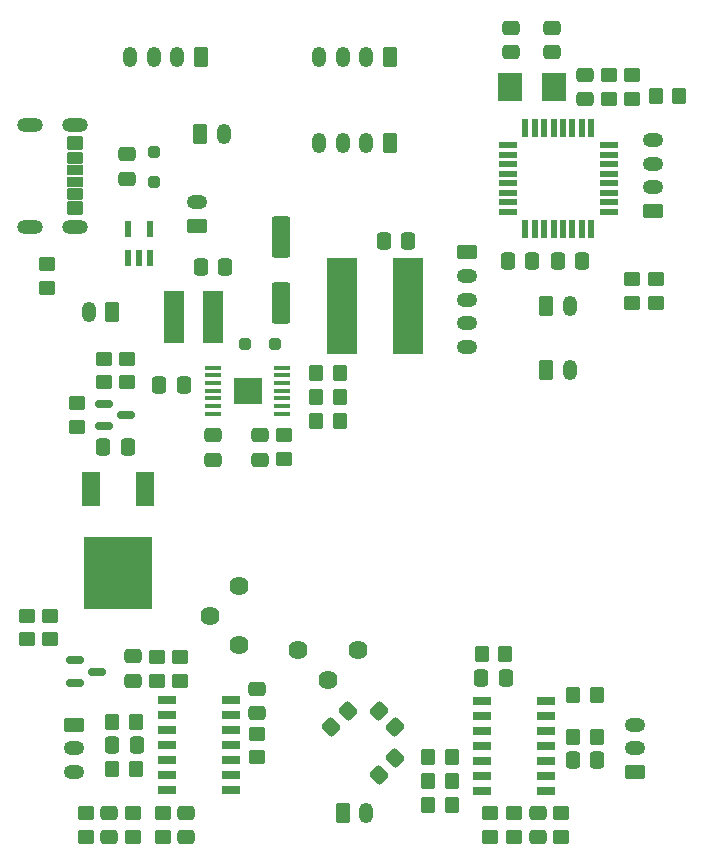
<source format=gts>
%TF.GenerationSoftware,KiCad,Pcbnew,7.0.8*%
%TF.CreationDate,2024-05-03T09:25:26+02:00*%
%TF.ProjectId,SPROJ2 G3_1,5350524f-4a32-4204-9733-5f312e6b6963,rev?*%
%TF.SameCoordinates,Original*%
%TF.FileFunction,Soldermask,Top*%
%TF.FilePolarity,Negative*%
%FSLAX46Y46*%
G04 Gerber Fmt 4.6, Leading zero omitted, Abs format (unit mm)*
G04 Created by KiCad (PCBNEW 7.0.8) date 2024-05-03 09:25:26*
%MOMM*%
%LPD*%
G01*
G04 APERTURE LIST*
G04 Aperture macros list*
%AMRoundRect*
0 Rectangle with rounded corners*
0 $1 Rounding radius*
0 $2 $3 $4 $5 $6 $7 $8 $9 X,Y pos of 4 corners*
0 Add a 4 corners polygon primitive as box body*
4,1,4,$2,$3,$4,$5,$6,$7,$8,$9,$2,$3,0*
0 Add four circle primitives for the rounded corners*
1,1,$1+$1,$2,$3*
1,1,$1+$1,$4,$5*
1,1,$1+$1,$6,$7*
1,1,$1+$1,$8,$9*
0 Add four rect primitives between the rounded corners*
20,1,$1+$1,$2,$3,$4,$5,0*
20,1,$1+$1,$4,$5,$6,$7,0*
20,1,$1+$1,$6,$7,$8,$9,0*
20,1,$1+$1,$8,$9,$2,$3,0*%
G04 Aperture macros list end*
%ADD10RoundRect,0.250000X0.450000X-0.350000X0.450000X0.350000X-0.450000X0.350000X-0.450000X-0.350000X0*%
%ADD11RoundRect,0.250000X0.350000X0.450000X-0.350000X0.450000X-0.350000X-0.450000X0.350000X-0.450000X0*%
%ADD12R,1.528000X0.700000*%
%ADD13RoundRect,0.250000X-0.070711X0.565685X-0.565685X0.070711X0.070711X-0.565685X0.565685X-0.070711X0*%
%ADD14RoundRect,0.250000X-0.475000X0.337500X-0.475000X-0.337500X0.475000X-0.337500X0.475000X0.337500X0*%
%ADD15RoundRect,0.250000X0.475000X-0.337500X0.475000X0.337500X-0.475000X0.337500X-0.475000X-0.337500X0*%
%ADD16RoundRect,0.250000X0.337500X0.475000X-0.337500X0.475000X-0.337500X-0.475000X0.337500X-0.475000X0*%
%ADD17C,1.620000*%
%ADD18RoundRect,0.250000X0.350000X0.625000X-0.350000X0.625000X-0.350000X-0.625000X0.350000X-0.625000X0*%
%ADD19O,1.200000X1.750000*%
%ADD20RoundRect,0.250000X-0.350000X-0.450000X0.350000X-0.450000X0.350000X0.450000X-0.350000X0.450000X0*%
%ADD21R,1.800000X4.500000*%
%ADD22RoundRect,0.250000X-0.337500X-0.475000X0.337500X-0.475000X0.337500X0.475000X-0.337500X0.475000X0*%
%ADD23RoundRect,0.150000X-0.587500X-0.150000X0.587500X-0.150000X0.587500X0.150000X-0.587500X0.150000X0*%
%ADD24RoundRect,0.250000X-0.250000X0.250000X-0.250000X-0.250000X0.250000X-0.250000X0.250000X0.250000X0*%
%ADD25RoundRect,0.250000X0.625000X-0.350000X0.625000X0.350000X-0.625000X0.350000X-0.625000X-0.350000X0*%
%ADD26O,1.750000X1.200000*%
%ADD27RoundRect,0.250000X-0.450000X0.350000X-0.450000X-0.350000X0.450000X-0.350000X0.450000X0.350000X0*%
%ADD28R,0.600000X1.500000*%
%ADD29R,1.500000X0.600000*%
%ADD30R,2.600000X8.200000*%
%ADD31R,2.000000X2.400000*%
%ADD32R,1.600000X3.000000*%
%ADD33R,5.800000X6.200000*%
%ADD34RoundRect,0.250000X-0.350000X-0.625000X0.350000X-0.625000X0.350000X0.625000X-0.350000X0.625000X0*%
%ADD35R,0.600000X1.400000*%
%ADD36R,1.475000X0.450000*%
%ADD37R,2.460000X2.310000*%
%ADD38RoundRect,0.250000X0.250000X0.250000X-0.250000X0.250000X-0.250000X-0.250000X0.250000X-0.250000X0*%
%ADD39RoundRect,0.250000X-0.565685X-0.070711X-0.070711X-0.565685X0.565685X0.070711X0.070711X0.565685X0*%
%ADD40RoundRect,0.250000X-0.625000X0.350000X-0.625000X-0.350000X0.625000X-0.350000X0.625000X0.350000X0*%
%ADD41RoundRect,0.102000X-0.575000X-0.350000X0.575000X-0.350000X0.575000X0.350000X-0.575000X0.350000X0*%
%ADD42RoundRect,0.102000X-0.575000X-0.400000X0.575000X-0.400000X0.575000X0.400000X-0.575000X0.400000X0*%
%ADD43RoundRect,0.102000X-0.575000X-0.450000X0.575000X-0.450000X0.575000X0.450000X-0.575000X0.450000X0*%
%ADD44O,2.204000X1.204000*%
%ADD45RoundRect,0.250000X0.550000X-1.500000X0.550000X1.500000X-0.550000X1.500000X-0.550000X-1.500000X0*%
G04 APERTURE END LIST*
D10*
%TO.C,R22*%
X164750000Y-92500000D03*
X164750000Y-90500000D03*
%TD*%
D11*
%TO.C,R17*%
X140000000Y-98500000D03*
X138000000Y-98500000D03*
%TD*%
D12*
%TO.C,U2*%
X152078000Y-126250000D03*
X152078000Y-127520000D03*
X152078000Y-128790000D03*
X152078000Y-130060000D03*
X152078000Y-131330000D03*
X152078000Y-132600000D03*
X152078000Y-133870000D03*
X157500000Y-133870000D03*
X157500000Y-132600000D03*
X157500000Y-131330000D03*
X157500000Y-130060000D03*
X157500000Y-128790000D03*
X157500000Y-127520000D03*
X157500000Y-126250000D03*
%TD*%
D13*
%TO.C,R4*%
X144707107Y-131042893D03*
X143292893Y-132457107D03*
%TD*%
D14*
%TO.C,C20*%
X133000000Y-125212500D03*
X133000000Y-127287500D03*
%TD*%
D15*
%TO.C,C9*%
X133250000Y-105787500D03*
X133250000Y-103712500D03*
%TD*%
D10*
%TO.C,R14*%
X122000000Y-99250000D03*
X122000000Y-97250000D03*
%TD*%
D16*
%TO.C,C21*%
X154037500Y-124250000D03*
X151962500Y-124250000D03*
%TD*%
D17*
%TO.C,P2*%
X141499999Y-121925000D03*
X138999999Y-124425000D03*
X136499999Y-121925000D03*
%TD*%
D18*
%TO.C,J8*%
X128250000Y-71750000D03*
D19*
X126250000Y-71750000D03*
X124250000Y-71750000D03*
X122250000Y-71750000D03*
%TD*%
D20*
%TO.C,R5*%
X152000000Y-122250000D03*
X154000000Y-122250000D03*
%TD*%
D21*
%TO.C,L1*%
X129250000Y-93750000D03*
X125950000Y-93750000D03*
%TD*%
D10*
%TO.C,R29*%
X125000000Y-137750000D03*
X125000000Y-135750000D03*
%TD*%
D22*
%TO.C,C18*%
X119962500Y-104750000D03*
X122037500Y-104750000D03*
%TD*%
D23*
%TO.C,Q1*%
X120062500Y-101050000D03*
X120062500Y-102950000D03*
X121937500Y-102000000D03*
%TD*%
D22*
%TO.C,C7*%
X159712500Y-131250000D03*
X161787500Y-131250000D03*
%TD*%
D16*
%TO.C,C19*%
X126787500Y-99500000D03*
X124712500Y-99500000D03*
%TD*%
D24*
%TO.C,D2*%
X124250000Y-79750000D03*
X124250000Y-82250000D03*
%TD*%
D13*
%TO.C,R2*%
X140707107Y-127042893D03*
X139292893Y-128457107D03*
%TD*%
D10*
%TO.C,R31*%
X122500000Y-137750000D03*
X122500000Y-135750000D03*
%TD*%
D20*
%TO.C,R7*%
X147500000Y-131000000D03*
X149500000Y-131000000D03*
%TD*%
D25*
%TO.C,J13*%
X127950000Y-86000000D03*
D26*
X127950000Y-84000000D03*
%TD*%
D15*
%TO.C,C2*%
X158000000Y-71287500D03*
X158000000Y-69212500D03*
%TD*%
D27*
%TO.C,R21*%
X120000000Y-97250000D03*
X120000000Y-99250000D03*
%TD*%
D28*
%TO.C,U1*%
X161300000Y-77750000D03*
X160500000Y-77750000D03*
X159700000Y-77750000D03*
X158900000Y-77750000D03*
X158100000Y-77750000D03*
X157300000Y-77750000D03*
X156500000Y-77750000D03*
X155700000Y-77750000D03*
D29*
X154250000Y-79200000D03*
X154250000Y-80000000D03*
X154250000Y-80800000D03*
X154250000Y-81600000D03*
X154250000Y-82400000D03*
X154250000Y-83200000D03*
X154250000Y-84000000D03*
X154250000Y-84800000D03*
D28*
X155700000Y-86250000D03*
X156500000Y-86250000D03*
X157300000Y-86250000D03*
X158100000Y-86250000D03*
X158900000Y-86250000D03*
X159700000Y-86250000D03*
X160500000Y-86250000D03*
X161300000Y-86250000D03*
D29*
X162750000Y-84800000D03*
X162750000Y-84000000D03*
X162750000Y-83200000D03*
X162750000Y-82400000D03*
X162750000Y-81600000D03*
X162750000Y-80800000D03*
X162750000Y-80000000D03*
X162750000Y-79200000D03*
%TD*%
D27*
%TO.C,R10*%
X152750000Y-135750000D03*
X152750000Y-137750000D03*
%TD*%
D23*
%TO.C,Q2*%
X117562500Y-122800000D03*
X117562500Y-124700000D03*
X119437500Y-123750000D03*
%TD*%
D15*
%TO.C,C15*%
X127000000Y-137787500D03*
X127000000Y-135712500D03*
%TD*%
D10*
%TO.C,R30*%
X118500000Y-137750000D03*
X118500000Y-135750000D03*
%TD*%
D16*
%TO.C,C5*%
X156287500Y-89000000D03*
X154212500Y-89000000D03*
%TD*%
D15*
%TO.C,C1*%
X154500000Y-71287500D03*
X154500000Y-69212500D03*
%TD*%
D20*
%TO.C,R15*%
X138000000Y-102500000D03*
X140000000Y-102500000D03*
%TD*%
D30*
%TO.C,L2*%
X140200000Y-92750000D03*
X145800000Y-92750000D03*
%TD*%
D22*
%TO.C,C12*%
X128212500Y-89500000D03*
X130287500Y-89500000D03*
%TD*%
D20*
%TO.C,R6*%
X147500000Y-133000000D03*
X149500000Y-133000000D03*
%TD*%
D31*
%TO.C,X1*%
X158100000Y-74250000D03*
X154400000Y-74250000D03*
%TD*%
D11*
%TO.C,R13*%
X161750000Y-129250000D03*
X159750000Y-129250000D03*
%TD*%
D18*
%TO.C,J7*%
X120750000Y-93300000D03*
D19*
X118750000Y-93300000D03*
%TD*%
D15*
%TO.C,C3*%
X160750000Y-75287500D03*
X160750000Y-73212500D03*
%TD*%
D32*
%TO.C,U7*%
X123500000Y-108250000D03*
D33*
X121215000Y-115429000D03*
D32*
X118930000Y-108250000D03*
%TD*%
D34*
%TO.C,J10*%
X157500000Y-98250000D03*
D19*
X159500000Y-98250000D03*
%TD*%
D27*
%TO.C,R32*%
X115500000Y-119000000D03*
X115500000Y-121000000D03*
%TD*%
D22*
%TO.C,C13*%
X120712500Y-130000000D03*
X122787500Y-130000000D03*
%TD*%
D18*
%TO.C,J2*%
X144250000Y-71750000D03*
D19*
X142250000Y-71750000D03*
X140250000Y-71750000D03*
X138250000Y-71750000D03*
%TD*%
D35*
%TO.C,U5*%
X122050000Y-88750000D03*
X123000000Y-88750000D03*
X123950000Y-88750000D03*
X123950000Y-86250000D03*
X122050000Y-86250000D03*
%TD*%
D25*
%TO.C,J3*%
X166500000Y-84750000D03*
D26*
X166500000Y-82750000D03*
X166500000Y-80750000D03*
X166500000Y-78750000D03*
%TD*%
D10*
%TO.C,R25*%
X164750000Y-75250000D03*
X164750000Y-73250000D03*
%TD*%
D20*
%TO.C,R26*%
X120750000Y-128000000D03*
X122750000Y-128000000D03*
%TD*%
D11*
%TO.C,R12*%
X161750000Y-125750000D03*
X159750000Y-125750000D03*
%TD*%
D34*
%TO.C,J5*%
X140250000Y-135750000D03*
D19*
X142250000Y-135750000D03*
%TD*%
D10*
%TO.C,R35*%
X133000000Y-131000000D03*
X133000000Y-129000000D03*
%TD*%
D14*
%TO.C,C10*%
X129250000Y-103712500D03*
X129250000Y-105787500D03*
%TD*%
D10*
%TO.C,R11*%
X158750000Y-137750000D03*
X158750000Y-135750000D03*
%TD*%
D25*
%TO.C,J4*%
X165000000Y-132251000D03*
D26*
X165000000Y-130251000D03*
X165000000Y-128251000D03*
%TD*%
D10*
%TO.C,R20*%
X115250000Y-91250000D03*
X115250000Y-89250000D03*
%TD*%
D11*
%TO.C,R1*%
X168750000Y-75000000D03*
X166750000Y-75000000D03*
%TD*%
D14*
%TO.C,C6*%
X156750000Y-135712500D03*
X156750000Y-137787500D03*
%TD*%
D15*
%TO.C,C11*%
X122000000Y-82037500D03*
X122000000Y-79962500D03*
%TD*%
D18*
%TO.C,J1*%
X144250000Y-79000000D03*
D19*
X142250000Y-79000000D03*
X140250000Y-79000000D03*
X138250000Y-79000000D03*
%TD*%
D20*
%TO.C,R34*%
X120750000Y-132000000D03*
X122750000Y-132000000D03*
%TD*%
D27*
%TO.C,R28*%
X126500000Y-122500000D03*
X126500000Y-124500000D03*
%TD*%
D22*
%TO.C,C4*%
X158462500Y-89000000D03*
X160537500Y-89000000D03*
%TD*%
D36*
%TO.C,U3*%
X129250000Y-98000000D03*
X129250000Y-98650000D03*
X129250000Y-99300000D03*
X129250000Y-99950000D03*
X129250000Y-100600000D03*
X129250000Y-101250000D03*
X129250000Y-101900000D03*
X135126000Y-101900000D03*
X135126000Y-101250000D03*
X135126000Y-100600000D03*
X135126000Y-99950000D03*
X135126000Y-99300000D03*
X135126000Y-98650000D03*
X135126000Y-98000000D03*
D37*
X132188000Y-99950000D03*
%TD*%
D38*
%TO.C,D1*%
X134500000Y-96000000D03*
X132000000Y-96000000D03*
%TD*%
D27*
%TO.C,R24*%
X162750000Y-73250000D03*
X162750000Y-75250000D03*
%TD*%
D17*
%TO.C,P1*%
X131500000Y-121500000D03*
X129000000Y-119000000D03*
X131500000Y-116500000D03*
%TD*%
D14*
%TO.C,C16*%
X120500000Y-135712500D03*
X120500000Y-137787500D03*
%TD*%
D10*
%TO.C,R18*%
X135250000Y-105750000D03*
X135250000Y-103750000D03*
%TD*%
D34*
%TO.C,J9*%
X157500000Y-92750000D03*
D19*
X159500000Y-92750000D03*
%TD*%
D34*
%TO.C,J6*%
X128200000Y-78200000D03*
D19*
X130200000Y-78200000D03*
%TD*%
D39*
%TO.C,R3*%
X143292893Y-127042893D03*
X144707107Y-128457107D03*
%TD*%
D10*
%TO.C,R19*%
X117750000Y-103000000D03*
X117750000Y-101000000D03*
%TD*%
D40*
%TO.C,J11*%
X150750000Y-88250000D03*
D26*
X150750000Y-90250000D03*
X150750000Y-92250000D03*
X150750000Y-94250000D03*
X150750000Y-96250000D03*
%TD*%
D10*
%TO.C,R33*%
X113500000Y-121000000D03*
X113500000Y-119000000D03*
%TD*%
D16*
%TO.C,C8*%
X145787500Y-87250000D03*
X143712500Y-87250000D03*
%TD*%
D11*
%TO.C,R16*%
X140000000Y-100500000D03*
X138000000Y-100500000D03*
%TD*%
D27*
%TO.C,R27*%
X124500000Y-122500000D03*
X124500000Y-124500000D03*
%TD*%
D10*
%TO.C,R8*%
X154750000Y-137750000D03*
X154750000Y-135750000D03*
%TD*%
D15*
%TO.C,C14*%
X122500000Y-124537500D03*
X122500000Y-122462500D03*
%TD*%
D41*
%TO.C,J14*%
X117555000Y-81250000D03*
D42*
X117555000Y-83270000D03*
D43*
X117555000Y-84500000D03*
D41*
X117555000Y-82250000D03*
D42*
X117555000Y-80230000D03*
D43*
X117555000Y-79000000D03*
D44*
X117550000Y-77430000D03*
X117550000Y-86070000D03*
X113750000Y-77430000D03*
X113750000Y-86070000D03*
%TD*%
D27*
%TO.C,R23*%
X166750000Y-90500000D03*
X166750000Y-92500000D03*
%TD*%
D20*
%TO.C,R9*%
X147500000Y-135000000D03*
X149500000Y-135000000D03*
%TD*%
D40*
%TO.C,J12*%
X117500000Y-128250000D03*
D26*
X117500000Y-130250000D03*
X117500000Y-132250000D03*
%TD*%
D12*
%TO.C,U4*%
X125328000Y-126190000D03*
X125328000Y-127460000D03*
X125328000Y-128730000D03*
X125328000Y-130000000D03*
X125328000Y-131270000D03*
X125328000Y-132540000D03*
X125328000Y-133810000D03*
X130750000Y-133810000D03*
X130750000Y-132540000D03*
X130750000Y-131270000D03*
X130750000Y-130000000D03*
X130750000Y-128730000D03*
X130750000Y-127460000D03*
X130750000Y-126190000D03*
%TD*%
D45*
%TO.C,C17*%
X135000000Y-92550000D03*
X135000000Y-86950000D03*
%TD*%
M02*

</source>
